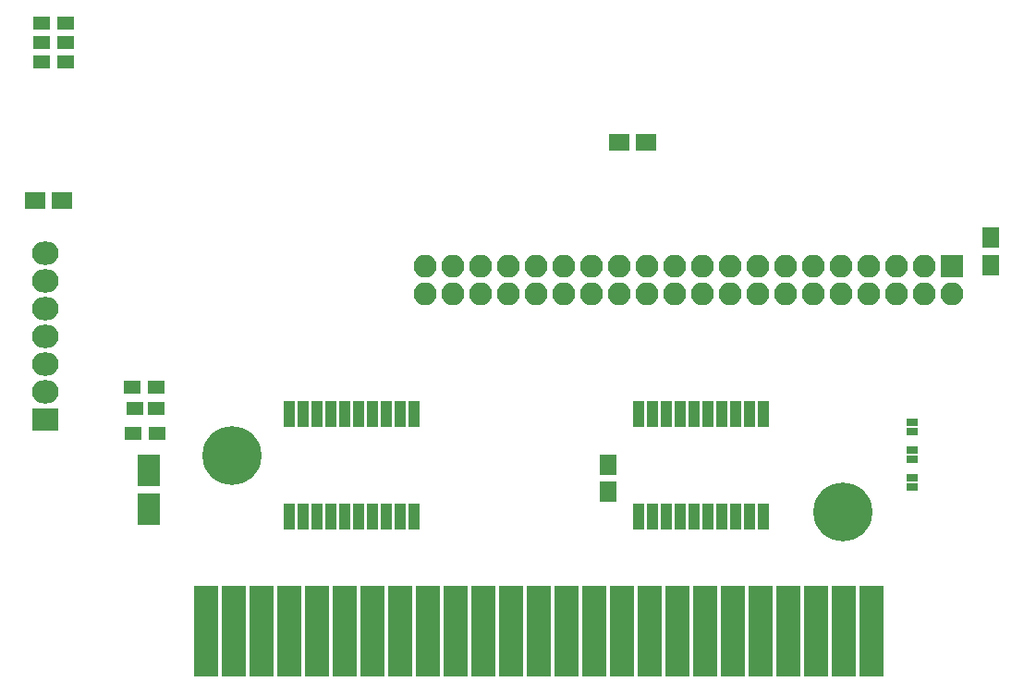
<source format=gbs>
G04 #@! TF.FileFunction,Soldermask,Bot*
%FSLAX46Y46*%
G04 Gerber Fmt 4.6, Leading zero omitted, Abs format (unit mm)*
G04 Created by KiCad (PCBNEW 4.0.7) date 03/28/18 13:44:51*
%MOMM*%
%LPD*%
G01*
G04 APERTURE LIST*
%ADD10C,0.100000*%
%ADD11C,5.400000*%
%ADD12R,2.200000X8.400000*%
%ADD13R,1.600000X1.150000*%
%ADD14R,2.000000X3.000000*%
%ADD15R,1.600000X1.300000*%
%ADD16R,1.000000X2.350000*%
%ADD17R,1.900000X1.650000*%
%ADD18R,1.650000X1.900000*%
%ADD19R,2.100000X2.100000*%
%ADD20O,2.100000X2.100000*%
%ADD21R,2.432000X2.127200*%
%ADD22O,2.432000X2.127200*%
%ADD23R,1.000000X0.800000*%
G04 APERTURE END LIST*
D10*
D11*
X185333640Y-98897440D03*
D12*
X187949840Y-109827440D03*
X185409840Y-109827440D03*
X182869840Y-109827440D03*
X180329840Y-109827440D03*
X177789840Y-109827440D03*
X175249840Y-109827440D03*
X172709840Y-109827440D03*
X170169840Y-109827440D03*
X167629840Y-109827440D03*
X165089840Y-109827440D03*
X162549840Y-109827440D03*
X160009840Y-109827440D03*
X157469840Y-109827440D03*
X154929840Y-109827440D03*
X152389840Y-109827440D03*
X149849840Y-109827440D03*
X147309840Y-109827440D03*
X144769840Y-109827440D03*
X142229840Y-109827440D03*
X139689840Y-109827440D03*
X137149840Y-109827440D03*
X134609840Y-109827440D03*
X132069840Y-109827440D03*
X129529840Y-109827440D03*
X126989840Y-109827440D03*
D11*
X129334260Y-93695520D03*
D13*
X122362000Y-89408000D03*
X120462000Y-89408000D03*
D14*
X121742200Y-95050200D03*
X121742200Y-98650200D03*
D15*
X111930000Y-54102000D03*
X114130000Y-54102000D03*
D16*
X166624000Y-89916000D03*
X167894000Y-89916000D03*
X169164000Y-89916000D03*
X170434000Y-89916000D03*
X171704000Y-89916000D03*
X172974000Y-89916000D03*
X174244000Y-89916000D03*
X175514000Y-89916000D03*
X176784000Y-89916000D03*
X178054000Y-89916000D03*
X178054000Y-99316000D03*
X176784000Y-99316000D03*
X175514000Y-99316000D03*
X174244000Y-99316000D03*
X172974000Y-99316000D03*
X171704000Y-99316000D03*
X170434000Y-99316000D03*
X169164000Y-99316000D03*
X167894000Y-99316000D03*
X166624000Y-99316000D03*
X134620000Y-89916000D03*
X135890000Y-89916000D03*
X137160000Y-89916000D03*
X138430000Y-89916000D03*
X139700000Y-89916000D03*
X140970000Y-89916000D03*
X142240000Y-89916000D03*
X143510000Y-89916000D03*
X144780000Y-89916000D03*
X146050000Y-89916000D03*
X146050000Y-99316000D03*
X144780000Y-99316000D03*
X143510000Y-99316000D03*
X142240000Y-99316000D03*
X140970000Y-99316000D03*
X139700000Y-99316000D03*
X138430000Y-99316000D03*
X137160000Y-99316000D03*
X135890000Y-99316000D03*
X134620000Y-99316000D03*
D15*
X111930000Y-55880000D03*
X114130000Y-55880000D03*
X111930000Y-57658000D03*
X114130000Y-57658000D03*
X122512000Y-91694000D03*
X120312000Y-91694000D03*
D17*
X113772000Y-70358000D03*
X111272000Y-70358000D03*
X164802500Y-64960500D03*
X167302500Y-64960500D03*
D18*
X198882000Y-76230800D03*
X198882000Y-73730800D03*
X163830000Y-97008000D03*
X163830000Y-94508000D03*
D19*
X195326000Y-76327000D03*
D20*
X195326000Y-78867000D03*
X192786000Y-76327000D03*
X192786000Y-78867000D03*
X190246000Y-76327000D03*
X190246000Y-78867000D03*
X187706000Y-76327000D03*
X187706000Y-78867000D03*
X185166000Y-76327000D03*
X185166000Y-78867000D03*
X182626000Y-76327000D03*
X182626000Y-78867000D03*
X180086000Y-76327000D03*
X180086000Y-78867000D03*
X177546000Y-76327000D03*
X177546000Y-78867000D03*
X175006000Y-76327000D03*
X175006000Y-78867000D03*
X172466000Y-76327000D03*
X172466000Y-78867000D03*
X169926000Y-76327000D03*
X169926000Y-78867000D03*
X167386000Y-76327000D03*
X167386000Y-78867000D03*
X164846000Y-76327000D03*
X164846000Y-78867000D03*
X162306000Y-76327000D03*
X162306000Y-78867000D03*
X159766000Y-76327000D03*
X159766000Y-78867000D03*
X157226000Y-76327000D03*
X157226000Y-78867000D03*
X154686000Y-76327000D03*
X154686000Y-78867000D03*
X152146000Y-76327000D03*
X152146000Y-78867000D03*
X149606000Y-76327000D03*
X149606000Y-78867000D03*
X147066000Y-76327000D03*
X147066000Y-78867000D03*
D21*
X112268000Y-90424000D03*
D22*
X112268000Y-87884000D03*
X112268000Y-85344000D03*
X112268000Y-82804000D03*
X112268000Y-80264000D03*
X112268000Y-77724000D03*
X112268000Y-75184000D03*
D23*
X191668400Y-96614400D03*
X191668400Y-95714400D03*
X191643000Y-91509000D03*
X191643000Y-90609000D03*
X191668400Y-94074400D03*
X191668400Y-93174400D03*
D15*
X122435800Y-87426800D03*
X120235800Y-87426800D03*
M02*

</source>
